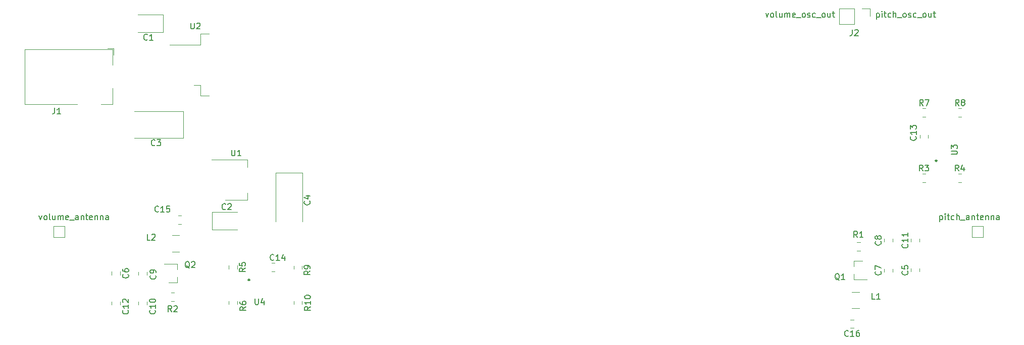
<source format=gbr>
G04 #@! TF.GenerationSoftware,KiCad,Pcbnew,(5.1.4)-1*
G04 #@! TF.CreationDate,2020-04-08T10:51:13+02:00*
G04 #@! TF.ProjectId,PCB_Theremin,5043425f-5468-4657-9265-6d696e2e6b69,rev?*
G04 #@! TF.SameCoordinates,Original*
G04 #@! TF.FileFunction,Legend,Top*
G04 #@! TF.FilePolarity,Positive*
%FSLAX46Y46*%
G04 Gerber Fmt 4.6, Leading zero omitted, Abs format (unit mm)*
G04 Created by KiCad (PCBNEW (5.1.4)-1) date 2020-04-08 10:51:13*
%MOMM*%
%LPD*%
G04 APERTURE LIST*
%ADD10C,0.300000*%
%ADD11C,0.150000*%
%ADD12C,0.120000*%
G04 APERTURE END LIST*
D10*
X203000000Y-88035714D02*
X203071428Y-88107142D01*
X203000000Y-88178571D01*
X202928571Y-88107142D01*
X203000000Y-88035714D01*
X203000000Y-88178571D01*
X87800000Y-108035714D02*
X87871428Y-108107142D01*
X87800000Y-108178571D01*
X87728571Y-108107142D01*
X87800000Y-108035714D01*
X87800000Y-108178571D01*
D11*
X174461904Y-63285714D02*
X174700000Y-63952380D01*
X174938095Y-63285714D01*
X175461904Y-63952380D02*
X175366666Y-63904761D01*
X175319047Y-63857142D01*
X175271428Y-63761904D01*
X175271428Y-63476190D01*
X175319047Y-63380952D01*
X175366666Y-63333333D01*
X175461904Y-63285714D01*
X175604761Y-63285714D01*
X175700000Y-63333333D01*
X175747619Y-63380952D01*
X175795238Y-63476190D01*
X175795238Y-63761904D01*
X175747619Y-63857142D01*
X175700000Y-63904761D01*
X175604761Y-63952380D01*
X175461904Y-63952380D01*
X176366666Y-63952380D02*
X176271428Y-63904761D01*
X176223809Y-63809523D01*
X176223809Y-62952380D01*
X177176190Y-63285714D02*
X177176190Y-63952380D01*
X176747619Y-63285714D02*
X176747619Y-63809523D01*
X176795238Y-63904761D01*
X176890476Y-63952380D01*
X177033333Y-63952380D01*
X177128571Y-63904761D01*
X177176190Y-63857142D01*
X177652380Y-63952380D02*
X177652380Y-63285714D01*
X177652380Y-63380952D02*
X177700000Y-63333333D01*
X177795238Y-63285714D01*
X177938095Y-63285714D01*
X178033333Y-63333333D01*
X178080952Y-63428571D01*
X178080952Y-63952380D01*
X178080952Y-63428571D02*
X178128571Y-63333333D01*
X178223809Y-63285714D01*
X178366666Y-63285714D01*
X178461904Y-63333333D01*
X178509523Y-63428571D01*
X178509523Y-63952380D01*
X179366666Y-63904761D02*
X179271428Y-63952380D01*
X179080952Y-63952380D01*
X178985714Y-63904761D01*
X178938095Y-63809523D01*
X178938095Y-63428571D01*
X178985714Y-63333333D01*
X179080952Y-63285714D01*
X179271428Y-63285714D01*
X179366666Y-63333333D01*
X179414285Y-63428571D01*
X179414285Y-63523809D01*
X178938095Y-63619047D01*
X179604761Y-64047619D02*
X180366666Y-64047619D01*
X180747619Y-63952380D02*
X180652380Y-63904761D01*
X180604761Y-63857142D01*
X180557142Y-63761904D01*
X180557142Y-63476190D01*
X180604761Y-63380952D01*
X180652380Y-63333333D01*
X180747619Y-63285714D01*
X180890476Y-63285714D01*
X180985714Y-63333333D01*
X181033333Y-63380952D01*
X181080952Y-63476190D01*
X181080952Y-63761904D01*
X181033333Y-63857142D01*
X180985714Y-63904761D01*
X180890476Y-63952380D01*
X180747619Y-63952380D01*
X181461904Y-63904761D02*
X181557142Y-63952380D01*
X181747619Y-63952380D01*
X181842857Y-63904761D01*
X181890476Y-63809523D01*
X181890476Y-63761904D01*
X181842857Y-63666666D01*
X181747619Y-63619047D01*
X181604761Y-63619047D01*
X181509523Y-63571428D01*
X181461904Y-63476190D01*
X181461904Y-63428571D01*
X181509523Y-63333333D01*
X181604761Y-63285714D01*
X181747619Y-63285714D01*
X181842857Y-63333333D01*
X182747619Y-63904761D02*
X182652380Y-63952380D01*
X182461904Y-63952380D01*
X182366666Y-63904761D01*
X182319047Y-63857142D01*
X182271428Y-63761904D01*
X182271428Y-63476190D01*
X182319047Y-63380952D01*
X182366666Y-63333333D01*
X182461904Y-63285714D01*
X182652380Y-63285714D01*
X182747619Y-63333333D01*
X182938095Y-64047619D02*
X183700000Y-64047619D01*
X184080952Y-63952380D02*
X183985714Y-63904761D01*
X183938095Y-63857142D01*
X183890476Y-63761904D01*
X183890476Y-63476190D01*
X183938095Y-63380952D01*
X183985714Y-63333333D01*
X184080952Y-63285714D01*
X184223809Y-63285714D01*
X184319047Y-63333333D01*
X184366666Y-63380952D01*
X184414285Y-63476190D01*
X184414285Y-63761904D01*
X184366666Y-63857142D01*
X184319047Y-63904761D01*
X184223809Y-63952380D01*
X184080952Y-63952380D01*
X185271428Y-63285714D02*
X185271428Y-63952380D01*
X184842857Y-63285714D02*
X184842857Y-63809523D01*
X184890476Y-63904761D01*
X184985714Y-63952380D01*
X185128571Y-63952380D01*
X185223809Y-63904761D01*
X185271428Y-63857142D01*
X185604761Y-63285714D02*
X185985714Y-63285714D01*
X185747619Y-62952380D02*
X185747619Y-63809523D01*
X185795238Y-63904761D01*
X185890476Y-63952380D01*
X185985714Y-63952380D01*
X193042857Y-63285714D02*
X193042857Y-64285714D01*
X193042857Y-63333333D02*
X193138095Y-63285714D01*
X193328571Y-63285714D01*
X193423809Y-63333333D01*
X193471428Y-63380952D01*
X193519047Y-63476190D01*
X193519047Y-63761904D01*
X193471428Y-63857142D01*
X193423809Y-63904761D01*
X193328571Y-63952380D01*
X193138095Y-63952380D01*
X193042857Y-63904761D01*
X193947619Y-63952380D02*
X193947619Y-63285714D01*
X193947619Y-62952380D02*
X193900000Y-63000000D01*
X193947619Y-63047619D01*
X193995238Y-63000000D01*
X193947619Y-62952380D01*
X193947619Y-63047619D01*
X194280952Y-63285714D02*
X194661904Y-63285714D01*
X194423809Y-62952380D02*
X194423809Y-63809523D01*
X194471428Y-63904761D01*
X194566666Y-63952380D01*
X194661904Y-63952380D01*
X195423809Y-63904761D02*
X195328571Y-63952380D01*
X195138095Y-63952380D01*
X195042857Y-63904761D01*
X194995238Y-63857142D01*
X194947619Y-63761904D01*
X194947619Y-63476190D01*
X194995238Y-63380952D01*
X195042857Y-63333333D01*
X195138095Y-63285714D01*
X195328571Y-63285714D01*
X195423809Y-63333333D01*
X195852380Y-63952380D02*
X195852380Y-62952380D01*
X196280952Y-63952380D02*
X196280952Y-63428571D01*
X196233333Y-63333333D01*
X196138095Y-63285714D01*
X195995238Y-63285714D01*
X195900000Y-63333333D01*
X195852380Y-63380952D01*
X196519047Y-64047619D02*
X197280952Y-64047619D01*
X197661904Y-63952380D02*
X197566666Y-63904761D01*
X197519047Y-63857142D01*
X197471428Y-63761904D01*
X197471428Y-63476190D01*
X197519047Y-63380952D01*
X197566666Y-63333333D01*
X197661904Y-63285714D01*
X197804761Y-63285714D01*
X197900000Y-63333333D01*
X197947619Y-63380952D01*
X197995238Y-63476190D01*
X197995238Y-63761904D01*
X197947619Y-63857142D01*
X197900000Y-63904761D01*
X197804761Y-63952380D01*
X197661904Y-63952380D01*
X198376190Y-63904761D02*
X198471428Y-63952380D01*
X198661904Y-63952380D01*
X198757142Y-63904761D01*
X198804761Y-63809523D01*
X198804761Y-63761904D01*
X198757142Y-63666666D01*
X198661904Y-63619047D01*
X198519047Y-63619047D01*
X198423809Y-63571428D01*
X198376190Y-63476190D01*
X198376190Y-63428571D01*
X198423809Y-63333333D01*
X198519047Y-63285714D01*
X198661904Y-63285714D01*
X198757142Y-63333333D01*
X199661904Y-63904761D02*
X199566666Y-63952380D01*
X199376190Y-63952380D01*
X199280952Y-63904761D01*
X199233333Y-63857142D01*
X199185714Y-63761904D01*
X199185714Y-63476190D01*
X199233333Y-63380952D01*
X199280952Y-63333333D01*
X199376190Y-63285714D01*
X199566666Y-63285714D01*
X199661904Y-63333333D01*
X199852380Y-64047619D02*
X200614285Y-64047619D01*
X200995238Y-63952380D02*
X200900000Y-63904761D01*
X200852380Y-63857142D01*
X200804761Y-63761904D01*
X200804761Y-63476190D01*
X200852380Y-63380952D01*
X200900000Y-63333333D01*
X200995238Y-63285714D01*
X201138095Y-63285714D01*
X201233333Y-63333333D01*
X201280952Y-63380952D01*
X201328571Y-63476190D01*
X201328571Y-63761904D01*
X201280952Y-63857142D01*
X201233333Y-63904761D01*
X201138095Y-63952380D01*
X200995238Y-63952380D01*
X202185714Y-63285714D02*
X202185714Y-63952380D01*
X201757142Y-63285714D02*
X201757142Y-63809523D01*
X201804761Y-63904761D01*
X201900000Y-63952380D01*
X202042857Y-63952380D01*
X202138095Y-63904761D01*
X202185714Y-63857142D01*
X202519047Y-63285714D02*
X202900000Y-63285714D01*
X202661904Y-62952380D02*
X202661904Y-63809523D01*
X202709523Y-63904761D01*
X202804761Y-63952380D01*
X202900000Y-63952380D01*
D12*
X191930000Y-62470000D02*
X191930000Y-63800000D01*
X190600000Y-62470000D02*
X191930000Y-62470000D01*
X189330000Y-62470000D02*
X189330000Y-65130000D01*
X189330000Y-65130000D02*
X186730000Y-65130000D01*
X189330000Y-62470000D02*
X186730000Y-62470000D01*
X186730000Y-62470000D02*
X186730000Y-65130000D01*
X81602500Y-99710000D02*
X85812500Y-99710000D01*
X81602500Y-96690000D02*
X81602500Y-99710000D01*
X85812500Y-96690000D02*
X81602500Y-96690000D01*
X73397500Y-63490000D02*
X69187500Y-63490000D01*
X73397500Y-66510000D02*
X73397500Y-63490000D01*
X69187500Y-66510000D02*
X73397500Y-66510000D01*
X189186252Y-114790000D02*
X188663748Y-114790000D01*
X189186252Y-116210000D02*
X188663748Y-116210000D01*
X75913748Y-98710000D02*
X76436252Y-98710000D01*
X75913748Y-97290000D02*
X76436252Y-97290000D01*
X79625000Y-75350000D02*
X78525000Y-75350000D01*
X79625000Y-77160000D02*
X79625000Y-75350000D01*
X81125000Y-77160000D02*
X79625000Y-77160000D01*
X79625000Y-68570000D02*
X74500000Y-68570000D01*
X79625000Y-66760000D02*
X79625000Y-68570000D01*
X81125000Y-66760000D02*
X79625000Y-66760000D01*
X91613748Y-106710000D02*
X92136252Y-106710000D01*
X91613748Y-105290000D02*
X92136252Y-105290000D01*
X201710000Y-84286252D02*
X201710000Y-83763748D01*
X200290000Y-84286252D02*
X200290000Y-83763748D01*
X81550000Y-87890000D02*
X87560000Y-87890000D01*
X83800000Y-94710000D02*
X87560000Y-94710000D01*
X87560000Y-87890000D02*
X87560000Y-89150000D01*
X87560000Y-94710000D02*
X87560000Y-93450000D01*
X95290000Y-111713748D02*
X95290000Y-112236252D01*
X96710000Y-111713748D02*
X96710000Y-112236252D01*
X95290000Y-105763748D02*
X95290000Y-106286252D01*
X96710000Y-105763748D02*
X96710000Y-106286252D01*
X206763748Y-80710000D02*
X207286252Y-80710000D01*
X206763748Y-79290000D02*
X207286252Y-79290000D01*
X200763748Y-80710000D02*
X201286252Y-80710000D01*
X200763748Y-79290000D02*
X201286252Y-79290000D01*
X84390000Y-111713748D02*
X84390000Y-112236252D01*
X85810000Y-111713748D02*
X85810000Y-112236252D01*
X84390000Y-105713748D02*
X84390000Y-106236252D01*
X85810000Y-105713748D02*
X85810000Y-106236252D01*
X206713748Y-91710000D02*
X207236252Y-91710000D01*
X206713748Y-90290000D02*
X207236252Y-90290000D01*
X200713748Y-91710000D02*
X201236252Y-91710000D01*
X200713748Y-90290000D02*
X201236252Y-90290000D01*
X74763748Y-111710000D02*
X75286252Y-111710000D01*
X74763748Y-110290000D02*
X75286252Y-110290000D01*
X190286252Y-101790000D02*
X189763748Y-101790000D01*
X190286252Y-103210000D02*
X189763748Y-103210000D01*
X75760000Y-108580000D02*
X74300000Y-108580000D01*
X75760000Y-105420000D02*
X73600000Y-105420000D01*
X75760000Y-105420000D02*
X75760000Y-106350000D01*
X75760000Y-108580000D02*
X75760000Y-107650000D01*
X189240000Y-104920000D02*
X190700000Y-104920000D01*
X189240000Y-108080000D02*
X191400000Y-108080000D01*
X189240000Y-108080000D02*
X189240000Y-107150000D01*
X189240000Y-104920000D02*
X189240000Y-105850000D01*
X76114564Y-100640000D02*
X74910436Y-100640000D01*
X76114564Y-103360000D02*
X74910436Y-103360000D01*
X188910436Y-112860000D02*
X190114564Y-112860000D01*
X188910436Y-110140000D02*
X190114564Y-110140000D01*
X210900000Y-99050000D02*
X209050000Y-99050000D01*
X210900000Y-99100000D02*
X210900000Y-99050000D01*
X210900000Y-100950000D02*
X210900000Y-99100000D01*
X209050000Y-100950000D02*
X210900000Y-100950000D01*
X209050000Y-99050000D02*
X209050000Y-100950000D01*
X56900000Y-99050000D02*
X55050000Y-99050000D01*
X56900000Y-99100000D02*
X56900000Y-99050000D01*
X56900000Y-100950000D02*
X56900000Y-99100000D01*
X55050000Y-100950000D02*
X56900000Y-100950000D01*
X55050000Y-99050000D02*
X55050000Y-100950000D01*
X64900000Y-69400000D02*
X64900000Y-72000000D01*
X50200000Y-69400000D02*
X64900000Y-69400000D01*
X64900000Y-78600000D02*
X63000000Y-78600000D01*
X64900000Y-75900000D02*
X64900000Y-78600000D01*
X50200000Y-78600000D02*
X50200000Y-69400000D01*
X59000000Y-78600000D02*
X50200000Y-78600000D01*
X64050000Y-69200000D02*
X65100000Y-69200000D01*
X65100000Y-70250000D02*
X65100000Y-69200000D01*
X64790000Y-111763748D02*
X64790000Y-112286252D01*
X66210000Y-111763748D02*
X66210000Y-112286252D01*
X200210000Y-101736252D02*
X200210000Y-101213748D01*
X198790000Y-101736252D02*
X198790000Y-101213748D01*
X69290000Y-111763748D02*
X69290000Y-112286252D01*
X70710000Y-111763748D02*
X70710000Y-112286252D01*
X69290000Y-106763748D02*
X69290000Y-107286252D01*
X70710000Y-106763748D02*
X70710000Y-107286252D01*
X195710000Y-101736252D02*
X195710000Y-101213748D01*
X194290000Y-101736252D02*
X194290000Y-101213748D01*
X195710000Y-106761252D02*
X195710000Y-106238748D01*
X194290000Y-106761252D02*
X194290000Y-106238748D01*
X64790000Y-106738748D02*
X64790000Y-107261252D01*
X66210000Y-106738748D02*
X66210000Y-107261252D01*
X200210000Y-106736252D02*
X200210000Y-106213748D01*
X198790000Y-106736252D02*
X198790000Y-106213748D01*
X92240000Y-90115000D02*
X92240000Y-98350000D01*
X96760000Y-90115000D02*
X92240000Y-90115000D01*
X96760000Y-98350000D02*
X96760000Y-90115000D01*
X76785000Y-79740000D02*
X68550000Y-79740000D01*
X76785000Y-84260000D02*
X76785000Y-79740000D01*
X68550000Y-84260000D02*
X76785000Y-84260000D01*
D11*
X188966666Y-66052380D02*
X188966666Y-66766666D01*
X188919047Y-66909523D01*
X188823809Y-67004761D01*
X188680952Y-67052380D01*
X188585714Y-67052380D01*
X189395238Y-66147619D02*
X189442857Y-66100000D01*
X189538095Y-66052380D01*
X189776190Y-66052380D01*
X189871428Y-66100000D01*
X189919047Y-66147619D01*
X189966666Y-66242857D01*
X189966666Y-66338095D01*
X189919047Y-66480952D01*
X189347619Y-67052380D01*
X189966666Y-67052380D01*
X83895833Y-96207142D02*
X83848214Y-96254761D01*
X83705357Y-96302380D01*
X83610119Y-96302380D01*
X83467261Y-96254761D01*
X83372023Y-96159523D01*
X83324404Y-96064285D01*
X83276785Y-95873809D01*
X83276785Y-95730952D01*
X83324404Y-95540476D01*
X83372023Y-95445238D01*
X83467261Y-95350000D01*
X83610119Y-95302380D01*
X83705357Y-95302380D01*
X83848214Y-95350000D01*
X83895833Y-95397619D01*
X84276785Y-95397619D02*
X84324404Y-95350000D01*
X84419642Y-95302380D01*
X84657738Y-95302380D01*
X84752976Y-95350000D01*
X84800595Y-95397619D01*
X84848214Y-95492857D01*
X84848214Y-95588095D01*
X84800595Y-95730952D01*
X84229166Y-96302380D01*
X84848214Y-96302380D01*
X70770833Y-67707142D02*
X70723214Y-67754761D01*
X70580357Y-67802380D01*
X70485119Y-67802380D01*
X70342261Y-67754761D01*
X70247023Y-67659523D01*
X70199404Y-67564285D01*
X70151785Y-67373809D01*
X70151785Y-67230952D01*
X70199404Y-67040476D01*
X70247023Y-66945238D01*
X70342261Y-66850000D01*
X70485119Y-66802380D01*
X70580357Y-66802380D01*
X70723214Y-66850000D01*
X70770833Y-66897619D01*
X71723214Y-67802380D02*
X71151785Y-67802380D01*
X71437500Y-67802380D02*
X71437500Y-66802380D01*
X71342261Y-66945238D01*
X71247023Y-67040476D01*
X71151785Y-67088095D01*
X205552380Y-87011904D02*
X206361904Y-87011904D01*
X206457142Y-86964285D01*
X206504761Y-86916666D01*
X206552380Y-86821428D01*
X206552380Y-86630952D01*
X206504761Y-86535714D01*
X206457142Y-86488095D01*
X206361904Y-86440476D01*
X205552380Y-86440476D01*
X205552380Y-86059523D02*
X205552380Y-85440476D01*
X205933333Y-85773809D01*
X205933333Y-85630952D01*
X205980952Y-85535714D01*
X206028571Y-85488095D01*
X206123809Y-85440476D01*
X206361904Y-85440476D01*
X206457142Y-85488095D01*
X206504761Y-85535714D01*
X206552380Y-85630952D01*
X206552380Y-85916666D01*
X206504761Y-86011904D01*
X206457142Y-86059523D01*
X88818095Y-111262380D02*
X88818095Y-112071904D01*
X88865714Y-112167142D01*
X88913333Y-112214761D01*
X89008571Y-112262380D01*
X89199047Y-112262380D01*
X89294285Y-112214761D01*
X89341904Y-112167142D01*
X89389523Y-112071904D01*
X89389523Y-111262380D01*
X90294285Y-111595714D02*
X90294285Y-112262380D01*
X90056190Y-111214761D02*
X89818095Y-111929047D01*
X90437142Y-111929047D01*
X188282142Y-117507142D02*
X188234523Y-117554761D01*
X188091666Y-117602380D01*
X187996428Y-117602380D01*
X187853571Y-117554761D01*
X187758333Y-117459523D01*
X187710714Y-117364285D01*
X187663095Y-117173809D01*
X187663095Y-117030952D01*
X187710714Y-116840476D01*
X187758333Y-116745238D01*
X187853571Y-116650000D01*
X187996428Y-116602380D01*
X188091666Y-116602380D01*
X188234523Y-116650000D01*
X188282142Y-116697619D01*
X189234523Y-117602380D02*
X188663095Y-117602380D01*
X188948809Y-117602380D02*
X188948809Y-116602380D01*
X188853571Y-116745238D01*
X188758333Y-116840476D01*
X188663095Y-116888095D01*
X190091666Y-116602380D02*
X189901190Y-116602380D01*
X189805952Y-116650000D01*
X189758333Y-116697619D01*
X189663095Y-116840476D01*
X189615476Y-117030952D01*
X189615476Y-117411904D01*
X189663095Y-117507142D01*
X189710714Y-117554761D01*
X189805952Y-117602380D01*
X189996428Y-117602380D01*
X190091666Y-117554761D01*
X190139285Y-117507142D01*
X190186904Y-117411904D01*
X190186904Y-117173809D01*
X190139285Y-117078571D01*
X190091666Y-117030952D01*
X189996428Y-116983333D01*
X189805952Y-116983333D01*
X189710714Y-117030952D01*
X189663095Y-117078571D01*
X189615476Y-117173809D01*
X72627142Y-96607142D02*
X72579523Y-96654761D01*
X72436666Y-96702380D01*
X72341428Y-96702380D01*
X72198571Y-96654761D01*
X72103333Y-96559523D01*
X72055714Y-96464285D01*
X72008095Y-96273809D01*
X72008095Y-96130952D01*
X72055714Y-95940476D01*
X72103333Y-95845238D01*
X72198571Y-95750000D01*
X72341428Y-95702380D01*
X72436666Y-95702380D01*
X72579523Y-95750000D01*
X72627142Y-95797619D01*
X73579523Y-96702380D02*
X73008095Y-96702380D01*
X73293809Y-96702380D02*
X73293809Y-95702380D01*
X73198571Y-95845238D01*
X73103333Y-95940476D01*
X73008095Y-95988095D01*
X74484285Y-95702380D02*
X74008095Y-95702380D01*
X73960476Y-96178571D01*
X74008095Y-96130952D01*
X74103333Y-96083333D01*
X74341428Y-96083333D01*
X74436666Y-96130952D01*
X74484285Y-96178571D01*
X74531904Y-96273809D01*
X74531904Y-96511904D01*
X74484285Y-96607142D01*
X74436666Y-96654761D01*
X74341428Y-96702380D01*
X74103333Y-96702380D01*
X74008095Y-96654761D01*
X73960476Y-96607142D01*
X78038095Y-64922380D02*
X78038095Y-65731904D01*
X78085714Y-65827142D01*
X78133333Y-65874761D01*
X78228571Y-65922380D01*
X78419047Y-65922380D01*
X78514285Y-65874761D01*
X78561904Y-65827142D01*
X78609523Y-65731904D01*
X78609523Y-64922380D01*
X79038095Y-65017619D02*
X79085714Y-64970000D01*
X79180952Y-64922380D01*
X79419047Y-64922380D01*
X79514285Y-64970000D01*
X79561904Y-65017619D01*
X79609523Y-65112857D01*
X79609523Y-65208095D01*
X79561904Y-65350952D01*
X78990476Y-65922380D01*
X79609523Y-65922380D01*
X91977142Y-104737142D02*
X91929523Y-104784761D01*
X91786666Y-104832380D01*
X91691428Y-104832380D01*
X91548571Y-104784761D01*
X91453333Y-104689523D01*
X91405714Y-104594285D01*
X91358095Y-104403809D01*
X91358095Y-104260952D01*
X91405714Y-104070476D01*
X91453333Y-103975238D01*
X91548571Y-103880000D01*
X91691428Y-103832380D01*
X91786666Y-103832380D01*
X91929523Y-103880000D01*
X91977142Y-103927619D01*
X92929523Y-104832380D02*
X92358095Y-104832380D01*
X92643809Y-104832380D02*
X92643809Y-103832380D01*
X92548571Y-103975238D01*
X92453333Y-104070476D01*
X92358095Y-104118095D01*
X93786666Y-104165714D02*
X93786666Y-104832380D01*
X93548571Y-103784761D02*
X93310476Y-104499047D01*
X93929523Y-104499047D01*
X199587142Y-84032857D02*
X199634761Y-84080476D01*
X199682380Y-84223333D01*
X199682380Y-84318571D01*
X199634761Y-84461428D01*
X199539523Y-84556666D01*
X199444285Y-84604285D01*
X199253809Y-84651904D01*
X199110952Y-84651904D01*
X198920476Y-84604285D01*
X198825238Y-84556666D01*
X198730000Y-84461428D01*
X198682380Y-84318571D01*
X198682380Y-84223333D01*
X198730000Y-84080476D01*
X198777619Y-84032857D01*
X199682380Y-83080476D02*
X199682380Y-83651904D01*
X199682380Y-83366190D02*
X198682380Y-83366190D01*
X198825238Y-83461428D01*
X198920476Y-83556666D01*
X198968095Y-83651904D01*
X198682380Y-82747142D02*
X198682380Y-82128095D01*
X199063333Y-82461428D01*
X199063333Y-82318571D01*
X199110952Y-82223333D01*
X199158571Y-82175714D01*
X199253809Y-82128095D01*
X199491904Y-82128095D01*
X199587142Y-82175714D01*
X199634761Y-82223333D01*
X199682380Y-82318571D01*
X199682380Y-82604285D01*
X199634761Y-82699523D01*
X199587142Y-82747142D01*
X84888095Y-86252380D02*
X84888095Y-87061904D01*
X84935714Y-87157142D01*
X84983333Y-87204761D01*
X85078571Y-87252380D01*
X85269047Y-87252380D01*
X85364285Y-87204761D01*
X85411904Y-87157142D01*
X85459523Y-87061904D01*
X85459523Y-86252380D01*
X86459523Y-87252380D02*
X85888095Y-87252380D01*
X86173809Y-87252380D02*
X86173809Y-86252380D01*
X86078571Y-86395238D01*
X85983333Y-86490476D01*
X85888095Y-86538095D01*
X98102380Y-112617857D02*
X97626190Y-112951190D01*
X98102380Y-113189285D02*
X97102380Y-113189285D01*
X97102380Y-112808333D01*
X97150000Y-112713095D01*
X97197619Y-112665476D01*
X97292857Y-112617857D01*
X97435714Y-112617857D01*
X97530952Y-112665476D01*
X97578571Y-112713095D01*
X97626190Y-112808333D01*
X97626190Y-113189285D01*
X98102380Y-111665476D02*
X98102380Y-112236904D01*
X98102380Y-111951190D02*
X97102380Y-111951190D01*
X97245238Y-112046428D01*
X97340476Y-112141666D01*
X97388095Y-112236904D01*
X97102380Y-111046428D02*
X97102380Y-110951190D01*
X97150000Y-110855952D01*
X97197619Y-110808333D01*
X97292857Y-110760714D01*
X97483333Y-110713095D01*
X97721428Y-110713095D01*
X97911904Y-110760714D01*
X98007142Y-110808333D01*
X98054761Y-110855952D01*
X98102380Y-110951190D01*
X98102380Y-111046428D01*
X98054761Y-111141666D01*
X98007142Y-111189285D01*
X97911904Y-111236904D01*
X97721428Y-111284523D01*
X97483333Y-111284523D01*
X97292857Y-111236904D01*
X97197619Y-111189285D01*
X97150000Y-111141666D01*
X97102380Y-111046428D01*
X98062380Y-106626666D02*
X97586190Y-106960000D01*
X98062380Y-107198095D02*
X97062380Y-107198095D01*
X97062380Y-106817142D01*
X97110000Y-106721904D01*
X97157619Y-106674285D01*
X97252857Y-106626666D01*
X97395714Y-106626666D01*
X97490952Y-106674285D01*
X97538571Y-106721904D01*
X97586190Y-106817142D01*
X97586190Y-107198095D01*
X98062380Y-106150476D02*
X98062380Y-105960000D01*
X98014761Y-105864761D01*
X97967142Y-105817142D01*
X97824285Y-105721904D01*
X97633809Y-105674285D01*
X97252857Y-105674285D01*
X97157619Y-105721904D01*
X97110000Y-105769523D01*
X97062380Y-105864761D01*
X97062380Y-106055238D01*
X97110000Y-106150476D01*
X97157619Y-106198095D01*
X97252857Y-106245714D01*
X97490952Y-106245714D01*
X97586190Y-106198095D01*
X97633809Y-106150476D01*
X97681428Y-106055238D01*
X97681428Y-105864761D01*
X97633809Y-105769523D01*
X97586190Y-105721904D01*
X97490952Y-105674285D01*
X206858333Y-78802380D02*
X206525000Y-78326190D01*
X206286904Y-78802380D02*
X206286904Y-77802380D01*
X206667857Y-77802380D01*
X206763095Y-77850000D01*
X206810714Y-77897619D01*
X206858333Y-77992857D01*
X206858333Y-78135714D01*
X206810714Y-78230952D01*
X206763095Y-78278571D01*
X206667857Y-78326190D01*
X206286904Y-78326190D01*
X207429761Y-78230952D02*
X207334523Y-78183333D01*
X207286904Y-78135714D01*
X207239285Y-78040476D01*
X207239285Y-77992857D01*
X207286904Y-77897619D01*
X207334523Y-77850000D01*
X207429761Y-77802380D01*
X207620238Y-77802380D01*
X207715476Y-77850000D01*
X207763095Y-77897619D01*
X207810714Y-77992857D01*
X207810714Y-78040476D01*
X207763095Y-78135714D01*
X207715476Y-78183333D01*
X207620238Y-78230952D01*
X207429761Y-78230952D01*
X207334523Y-78278571D01*
X207286904Y-78326190D01*
X207239285Y-78421428D01*
X207239285Y-78611904D01*
X207286904Y-78707142D01*
X207334523Y-78754761D01*
X207429761Y-78802380D01*
X207620238Y-78802380D01*
X207715476Y-78754761D01*
X207763095Y-78707142D01*
X207810714Y-78611904D01*
X207810714Y-78421428D01*
X207763095Y-78326190D01*
X207715476Y-78278571D01*
X207620238Y-78230952D01*
X200858333Y-78802380D02*
X200525000Y-78326190D01*
X200286904Y-78802380D02*
X200286904Y-77802380D01*
X200667857Y-77802380D01*
X200763095Y-77850000D01*
X200810714Y-77897619D01*
X200858333Y-77992857D01*
X200858333Y-78135714D01*
X200810714Y-78230952D01*
X200763095Y-78278571D01*
X200667857Y-78326190D01*
X200286904Y-78326190D01*
X201191666Y-77802380D02*
X201858333Y-77802380D01*
X201429761Y-78802380D01*
X87272380Y-112666666D02*
X86796190Y-113000000D01*
X87272380Y-113238095D02*
X86272380Y-113238095D01*
X86272380Y-112857142D01*
X86320000Y-112761904D01*
X86367619Y-112714285D01*
X86462857Y-112666666D01*
X86605714Y-112666666D01*
X86700952Y-112714285D01*
X86748571Y-112761904D01*
X86796190Y-112857142D01*
X86796190Y-113238095D01*
X86272380Y-111809523D02*
X86272380Y-112000000D01*
X86320000Y-112095238D01*
X86367619Y-112142857D01*
X86510476Y-112238095D01*
X86700952Y-112285714D01*
X87081904Y-112285714D01*
X87177142Y-112238095D01*
X87224761Y-112190476D01*
X87272380Y-112095238D01*
X87272380Y-111904761D01*
X87224761Y-111809523D01*
X87177142Y-111761904D01*
X87081904Y-111714285D01*
X86843809Y-111714285D01*
X86748571Y-111761904D01*
X86700952Y-111809523D01*
X86653333Y-111904761D01*
X86653333Y-112095238D01*
X86700952Y-112190476D01*
X86748571Y-112238095D01*
X86843809Y-112285714D01*
X87202380Y-106141666D02*
X86726190Y-106475000D01*
X87202380Y-106713095D02*
X86202380Y-106713095D01*
X86202380Y-106332142D01*
X86250000Y-106236904D01*
X86297619Y-106189285D01*
X86392857Y-106141666D01*
X86535714Y-106141666D01*
X86630952Y-106189285D01*
X86678571Y-106236904D01*
X86726190Y-106332142D01*
X86726190Y-106713095D01*
X86202380Y-105236904D02*
X86202380Y-105713095D01*
X86678571Y-105760714D01*
X86630952Y-105713095D01*
X86583333Y-105617857D01*
X86583333Y-105379761D01*
X86630952Y-105284523D01*
X86678571Y-105236904D01*
X86773809Y-105189285D01*
X87011904Y-105189285D01*
X87107142Y-105236904D01*
X87154761Y-105284523D01*
X87202380Y-105379761D01*
X87202380Y-105617857D01*
X87154761Y-105713095D01*
X87107142Y-105760714D01*
X206808333Y-89802380D02*
X206475000Y-89326190D01*
X206236904Y-89802380D02*
X206236904Y-88802380D01*
X206617857Y-88802380D01*
X206713095Y-88850000D01*
X206760714Y-88897619D01*
X206808333Y-88992857D01*
X206808333Y-89135714D01*
X206760714Y-89230952D01*
X206713095Y-89278571D01*
X206617857Y-89326190D01*
X206236904Y-89326190D01*
X207665476Y-89135714D02*
X207665476Y-89802380D01*
X207427380Y-88754761D02*
X207189285Y-89469047D01*
X207808333Y-89469047D01*
X200808333Y-89802380D02*
X200475000Y-89326190D01*
X200236904Y-89802380D02*
X200236904Y-88802380D01*
X200617857Y-88802380D01*
X200713095Y-88850000D01*
X200760714Y-88897619D01*
X200808333Y-88992857D01*
X200808333Y-89135714D01*
X200760714Y-89230952D01*
X200713095Y-89278571D01*
X200617857Y-89326190D01*
X200236904Y-89326190D01*
X201141666Y-88802380D02*
X201760714Y-88802380D01*
X201427380Y-89183333D01*
X201570238Y-89183333D01*
X201665476Y-89230952D01*
X201713095Y-89278571D01*
X201760714Y-89373809D01*
X201760714Y-89611904D01*
X201713095Y-89707142D01*
X201665476Y-89754761D01*
X201570238Y-89802380D01*
X201284523Y-89802380D01*
X201189285Y-89754761D01*
X201141666Y-89707142D01*
X74833333Y-113452380D02*
X74500000Y-112976190D01*
X74261904Y-113452380D02*
X74261904Y-112452380D01*
X74642857Y-112452380D01*
X74738095Y-112500000D01*
X74785714Y-112547619D01*
X74833333Y-112642857D01*
X74833333Y-112785714D01*
X74785714Y-112880952D01*
X74738095Y-112928571D01*
X74642857Y-112976190D01*
X74261904Y-112976190D01*
X75214285Y-112547619D02*
X75261904Y-112500000D01*
X75357142Y-112452380D01*
X75595238Y-112452380D01*
X75690476Y-112500000D01*
X75738095Y-112547619D01*
X75785714Y-112642857D01*
X75785714Y-112738095D01*
X75738095Y-112880952D01*
X75166666Y-113452380D01*
X75785714Y-113452380D01*
X189833333Y-100952380D02*
X189500000Y-100476190D01*
X189261904Y-100952380D02*
X189261904Y-99952380D01*
X189642857Y-99952380D01*
X189738095Y-100000000D01*
X189785714Y-100047619D01*
X189833333Y-100142857D01*
X189833333Y-100285714D01*
X189785714Y-100380952D01*
X189738095Y-100428571D01*
X189642857Y-100476190D01*
X189261904Y-100476190D01*
X190785714Y-100952380D02*
X190214285Y-100952380D01*
X190500000Y-100952380D02*
X190500000Y-99952380D01*
X190404761Y-100095238D01*
X190309523Y-100190476D01*
X190214285Y-100238095D01*
X77834761Y-106137619D02*
X77739523Y-106090000D01*
X77644285Y-105994761D01*
X77501428Y-105851904D01*
X77406190Y-105804285D01*
X77310952Y-105804285D01*
X77358571Y-106042380D02*
X77263333Y-105994761D01*
X77168095Y-105899523D01*
X77120476Y-105709047D01*
X77120476Y-105375714D01*
X77168095Y-105185238D01*
X77263333Y-105090000D01*
X77358571Y-105042380D01*
X77549047Y-105042380D01*
X77644285Y-105090000D01*
X77739523Y-105185238D01*
X77787142Y-105375714D01*
X77787142Y-105709047D01*
X77739523Y-105899523D01*
X77644285Y-105994761D01*
X77549047Y-106042380D01*
X77358571Y-106042380D01*
X78168095Y-105137619D02*
X78215714Y-105090000D01*
X78310952Y-105042380D01*
X78549047Y-105042380D01*
X78644285Y-105090000D01*
X78691904Y-105137619D01*
X78739523Y-105232857D01*
X78739523Y-105328095D01*
X78691904Y-105470952D01*
X78120476Y-106042380D01*
X78739523Y-106042380D01*
X186804761Y-108157619D02*
X186709523Y-108110000D01*
X186614285Y-108014761D01*
X186471428Y-107871904D01*
X186376190Y-107824285D01*
X186280952Y-107824285D01*
X186328571Y-108062380D02*
X186233333Y-108014761D01*
X186138095Y-107919523D01*
X186090476Y-107729047D01*
X186090476Y-107395714D01*
X186138095Y-107205238D01*
X186233333Y-107110000D01*
X186328571Y-107062380D01*
X186519047Y-107062380D01*
X186614285Y-107110000D01*
X186709523Y-107205238D01*
X186757142Y-107395714D01*
X186757142Y-107729047D01*
X186709523Y-107919523D01*
X186614285Y-108014761D01*
X186519047Y-108062380D01*
X186328571Y-108062380D01*
X187709523Y-108062380D02*
X187138095Y-108062380D01*
X187423809Y-108062380D02*
X187423809Y-107062380D01*
X187328571Y-107205238D01*
X187233333Y-107300476D01*
X187138095Y-107348095D01*
X71213333Y-101412380D02*
X70737142Y-101412380D01*
X70737142Y-100412380D01*
X71499047Y-100507619D02*
X71546666Y-100460000D01*
X71641904Y-100412380D01*
X71880000Y-100412380D01*
X71975238Y-100460000D01*
X72022857Y-100507619D01*
X72070476Y-100602857D01*
X72070476Y-100698095D01*
X72022857Y-100840952D01*
X71451428Y-101412380D01*
X72070476Y-101412380D01*
X192773333Y-111352380D02*
X192297142Y-111352380D01*
X192297142Y-110352380D01*
X193630476Y-111352380D02*
X193059047Y-111352380D01*
X193344761Y-111352380D02*
X193344761Y-110352380D01*
X193249523Y-110495238D01*
X193154285Y-110590476D01*
X193059047Y-110638095D01*
X203643809Y-97335714D02*
X203643809Y-98335714D01*
X203643809Y-97383333D02*
X203739047Y-97335714D01*
X203929523Y-97335714D01*
X204024761Y-97383333D01*
X204072380Y-97430952D01*
X204120000Y-97526190D01*
X204120000Y-97811904D01*
X204072380Y-97907142D01*
X204024761Y-97954761D01*
X203929523Y-98002380D01*
X203739047Y-98002380D01*
X203643809Y-97954761D01*
X204548571Y-98002380D02*
X204548571Y-97335714D01*
X204548571Y-97002380D02*
X204500952Y-97050000D01*
X204548571Y-97097619D01*
X204596190Y-97050000D01*
X204548571Y-97002380D01*
X204548571Y-97097619D01*
X204881904Y-97335714D02*
X205262857Y-97335714D01*
X205024761Y-97002380D02*
X205024761Y-97859523D01*
X205072380Y-97954761D01*
X205167619Y-98002380D01*
X205262857Y-98002380D01*
X206024761Y-97954761D02*
X205929523Y-98002380D01*
X205739047Y-98002380D01*
X205643809Y-97954761D01*
X205596190Y-97907142D01*
X205548571Y-97811904D01*
X205548571Y-97526190D01*
X205596190Y-97430952D01*
X205643809Y-97383333D01*
X205739047Y-97335714D01*
X205929523Y-97335714D01*
X206024761Y-97383333D01*
X206453333Y-98002380D02*
X206453333Y-97002380D01*
X206881904Y-98002380D02*
X206881904Y-97478571D01*
X206834285Y-97383333D01*
X206739047Y-97335714D01*
X206596190Y-97335714D01*
X206500952Y-97383333D01*
X206453333Y-97430952D01*
X207120000Y-98097619D02*
X207881904Y-98097619D01*
X208548571Y-98002380D02*
X208548571Y-97478571D01*
X208500952Y-97383333D01*
X208405714Y-97335714D01*
X208215238Y-97335714D01*
X208120000Y-97383333D01*
X208548571Y-97954761D02*
X208453333Y-98002380D01*
X208215238Y-98002380D01*
X208120000Y-97954761D01*
X208072380Y-97859523D01*
X208072380Y-97764285D01*
X208120000Y-97669047D01*
X208215238Y-97621428D01*
X208453333Y-97621428D01*
X208548571Y-97573809D01*
X209024761Y-97335714D02*
X209024761Y-98002380D01*
X209024761Y-97430952D02*
X209072380Y-97383333D01*
X209167619Y-97335714D01*
X209310476Y-97335714D01*
X209405714Y-97383333D01*
X209453333Y-97478571D01*
X209453333Y-98002380D01*
X209786666Y-97335714D02*
X210167619Y-97335714D01*
X209929523Y-97002380D02*
X209929523Y-97859523D01*
X209977142Y-97954761D01*
X210072380Y-98002380D01*
X210167619Y-98002380D01*
X210881904Y-97954761D02*
X210786666Y-98002380D01*
X210596190Y-98002380D01*
X210500952Y-97954761D01*
X210453333Y-97859523D01*
X210453333Y-97478571D01*
X210500952Y-97383333D01*
X210596190Y-97335714D01*
X210786666Y-97335714D01*
X210881904Y-97383333D01*
X210929523Y-97478571D01*
X210929523Y-97573809D01*
X210453333Y-97669047D01*
X211358095Y-97335714D02*
X211358095Y-98002380D01*
X211358095Y-97430952D02*
X211405714Y-97383333D01*
X211500952Y-97335714D01*
X211643809Y-97335714D01*
X211739047Y-97383333D01*
X211786666Y-97478571D01*
X211786666Y-98002380D01*
X212262857Y-97335714D02*
X212262857Y-98002380D01*
X212262857Y-97430952D02*
X212310476Y-97383333D01*
X212405714Y-97335714D01*
X212548571Y-97335714D01*
X212643809Y-97383333D01*
X212691428Y-97478571D01*
X212691428Y-98002380D01*
X213596190Y-98002380D02*
X213596190Y-97478571D01*
X213548571Y-97383333D01*
X213453333Y-97335714D01*
X213262857Y-97335714D01*
X213167619Y-97383333D01*
X213596190Y-97954761D02*
X213500952Y-98002380D01*
X213262857Y-98002380D01*
X213167619Y-97954761D01*
X213120000Y-97859523D01*
X213120000Y-97764285D01*
X213167619Y-97669047D01*
X213262857Y-97621428D01*
X213500952Y-97621428D01*
X213596190Y-97573809D01*
X52602857Y-97335714D02*
X52840952Y-98002380D01*
X53079047Y-97335714D01*
X53602857Y-98002380D02*
X53507619Y-97954761D01*
X53460000Y-97907142D01*
X53412380Y-97811904D01*
X53412380Y-97526190D01*
X53460000Y-97430952D01*
X53507619Y-97383333D01*
X53602857Y-97335714D01*
X53745714Y-97335714D01*
X53840952Y-97383333D01*
X53888571Y-97430952D01*
X53936190Y-97526190D01*
X53936190Y-97811904D01*
X53888571Y-97907142D01*
X53840952Y-97954761D01*
X53745714Y-98002380D01*
X53602857Y-98002380D01*
X54507619Y-98002380D02*
X54412380Y-97954761D01*
X54364761Y-97859523D01*
X54364761Y-97002380D01*
X55317142Y-97335714D02*
X55317142Y-98002380D01*
X54888571Y-97335714D02*
X54888571Y-97859523D01*
X54936190Y-97954761D01*
X55031428Y-98002380D01*
X55174285Y-98002380D01*
X55269523Y-97954761D01*
X55317142Y-97907142D01*
X55793333Y-98002380D02*
X55793333Y-97335714D01*
X55793333Y-97430952D02*
X55840952Y-97383333D01*
X55936190Y-97335714D01*
X56079047Y-97335714D01*
X56174285Y-97383333D01*
X56221904Y-97478571D01*
X56221904Y-98002380D01*
X56221904Y-97478571D02*
X56269523Y-97383333D01*
X56364761Y-97335714D01*
X56507619Y-97335714D01*
X56602857Y-97383333D01*
X56650476Y-97478571D01*
X56650476Y-98002380D01*
X57507619Y-97954761D02*
X57412380Y-98002380D01*
X57221904Y-98002380D01*
X57126666Y-97954761D01*
X57079047Y-97859523D01*
X57079047Y-97478571D01*
X57126666Y-97383333D01*
X57221904Y-97335714D01*
X57412380Y-97335714D01*
X57507619Y-97383333D01*
X57555238Y-97478571D01*
X57555238Y-97573809D01*
X57079047Y-97669047D01*
X57745714Y-98097619D02*
X58507619Y-98097619D01*
X59174285Y-98002380D02*
X59174285Y-97478571D01*
X59126666Y-97383333D01*
X59031428Y-97335714D01*
X58840952Y-97335714D01*
X58745714Y-97383333D01*
X59174285Y-97954761D02*
X59079047Y-98002380D01*
X58840952Y-98002380D01*
X58745714Y-97954761D01*
X58698095Y-97859523D01*
X58698095Y-97764285D01*
X58745714Y-97669047D01*
X58840952Y-97621428D01*
X59079047Y-97621428D01*
X59174285Y-97573809D01*
X59650476Y-97335714D02*
X59650476Y-98002380D01*
X59650476Y-97430952D02*
X59698095Y-97383333D01*
X59793333Y-97335714D01*
X59936190Y-97335714D01*
X60031428Y-97383333D01*
X60079047Y-97478571D01*
X60079047Y-98002380D01*
X60412380Y-97335714D02*
X60793333Y-97335714D01*
X60555238Y-97002380D02*
X60555238Y-97859523D01*
X60602857Y-97954761D01*
X60698095Y-98002380D01*
X60793333Y-98002380D01*
X61507619Y-97954761D02*
X61412380Y-98002380D01*
X61221904Y-98002380D01*
X61126666Y-97954761D01*
X61079047Y-97859523D01*
X61079047Y-97478571D01*
X61126666Y-97383333D01*
X61221904Y-97335714D01*
X61412380Y-97335714D01*
X61507619Y-97383333D01*
X61555238Y-97478571D01*
X61555238Y-97573809D01*
X61079047Y-97669047D01*
X61983809Y-97335714D02*
X61983809Y-98002380D01*
X61983809Y-97430952D02*
X62031428Y-97383333D01*
X62126666Y-97335714D01*
X62269523Y-97335714D01*
X62364761Y-97383333D01*
X62412380Y-97478571D01*
X62412380Y-98002380D01*
X62888571Y-97335714D02*
X62888571Y-98002380D01*
X62888571Y-97430952D02*
X62936190Y-97383333D01*
X63031428Y-97335714D01*
X63174285Y-97335714D01*
X63269523Y-97383333D01*
X63317142Y-97478571D01*
X63317142Y-98002380D01*
X64221904Y-98002380D02*
X64221904Y-97478571D01*
X64174285Y-97383333D01*
X64079047Y-97335714D01*
X63888571Y-97335714D01*
X63793333Y-97383333D01*
X64221904Y-97954761D02*
X64126666Y-98002380D01*
X63888571Y-98002380D01*
X63793333Y-97954761D01*
X63745714Y-97859523D01*
X63745714Y-97764285D01*
X63793333Y-97669047D01*
X63888571Y-97621428D01*
X64126666Y-97621428D01*
X64221904Y-97573809D01*
X55216666Y-79202380D02*
X55216666Y-79916666D01*
X55169047Y-80059523D01*
X55073809Y-80154761D01*
X54930952Y-80202380D01*
X54835714Y-80202380D01*
X56216666Y-80202380D02*
X55645238Y-80202380D01*
X55930952Y-80202380D02*
X55930952Y-79202380D01*
X55835714Y-79345238D01*
X55740476Y-79440476D01*
X55645238Y-79488095D01*
X67497142Y-113222857D02*
X67544761Y-113270476D01*
X67592380Y-113413333D01*
X67592380Y-113508571D01*
X67544761Y-113651428D01*
X67449523Y-113746666D01*
X67354285Y-113794285D01*
X67163809Y-113841904D01*
X67020952Y-113841904D01*
X66830476Y-113794285D01*
X66735238Y-113746666D01*
X66640000Y-113651428D01*
X66592380Y-113508571D01*
X66592380Y-113413333D01*
X66640000Y-113270476D01*
X66687619Y-113222857D01*
X67592380Y-112270476D02*
X67592380Y-112841904D01*
X67592380Y-112556190D02*
X66592380Y-112556190D01*
X66735238Y-112651428D01*
X66830476Y-112746666D01*
X66878095Y-112841904D01*
X66687619Y-111889523D02*
X66640000Y-111841904D01*
X66592380Y-111746666D01*
X66592380Y-111508571D01*
X66640000Y-111413333D01*
X66687619Y-111365714D01*
X66782857Y-111318095D01*
X66878095Y-111318095D01*
X67020952Y-111365714D01*
X67592380Y-111937142D01*
X67592380Y-111318095D01*
X198207142Y-102117857D02*
X198254761Y-102165476D01*
X198302380Y-102308333D01*
X198302380Y-102403571D01*
X198254761Y-102546428D01*
X198159523Y-102641666D01*
X198064285Y-102689285D01*
X197873809Y-102736904D01*
X197730952Y-102736904D01*
X197540476Y-102689285D01*
X197445238Y-102641666D01*
X197350000Y-102546428D01*
X197302380Y-102403571D01*
X197302380Y-102308333D01*
X197350000Y-102165476D01*
X197397619Y-102117857D01*
X198302380Y-101165476D02*
X198302380Y-101736904D01*
X198302380Y-101451190D02*
X197302380Y-101451190D01*
X197445238Y-101546428D01*
X197540476Y-101641666D01*
X197588095Y-101736904D01*
X198302380Y-100213095D02*
X198302380Y-100784523D01*
X198302380Y-100498809D02*
X197302380Y-100498809D01*
X197445238Y-100594047D01*
X197540476Y-100689285D01*
X197588095Y-100784523D01*
X72017142Y-113222857D02*
X72064761Y-113270476D01*
X72112380Y-113413333D01*
X72112380Y-113508571D01*
X72064761Y-113651428D01*
X71969523Y-113746666D01*
X71874285Y-113794285D01*
X71683809Y-113841904D01*
X71540952Y-113841904D01*
X71350476Y-113794285D01*
X71255238Y-113746666D01*
X71160000Y-113651428D01*
X71112380Y-113508571D01*
X71112380Y-113413333D01*
X71160000Y-113270476D01*
X71207619Y-113222857D01*
X72112380Y-112270476D02*
X72112380Y-112841904D01*
X72112380Y-112556190D02*
X71112380Y-112556190D01*
X71255238Y-112651428D01*
X71350476Y-112746666D01*
X71398095Y-112841904D01*
X71112380Y-111651428D02*
X71112380Y-111556190D01*
X71160000Y-111460952D01*
X71207619Y-111413333D01*
X71302857Y-111365714D01*
X71493333Y-111318095D01*
X71731428Y-111318095D01*
X71921904Y-111365714D01*
X72017142Y-111413333D01*
X72064761Y-111460952D01*
X72112380Y-111556190D01*
X72112380Y-111651428D01*
X72064761Y-111746666D01*
X72017142Y-111794285D01*
X71921904Y-111841904D01*
X71731428Y-111889523D01*
X71493333Y-111889523D01*
X71302857Y-111841904D01*
X71207619Y-111794285D01*
X71160000Y-111746666D01*
X71112380Y-111651428D01*
X72117142Y-107356666D02*
X72164761Y-107404285D01*
X72212380Y-107547142D01*
X72212380Y-107642380D01*
X72164761Y-107785238D01*
X72069523Y-107880476D01*
X71974285Y-107928095D01*
X71783809Y-107975714D01*
X71640952Y-107975714D01*
X71450476Y-107928095D01*
X71355238Y-107880476D01*
X71260000Y-107785238D01*
X71212380Y-107642380D01*
X71212380Y-107547142D01*
X71260000Y-107404285D01*
X71307619Y-107356666D01*
X72212380Y-106880476D02*
X72212380Y-106690000D01*
X72164761Y-106594761D01*
X72117142Y-106547142D01*
X71974285Y-106451904D01*
X71783809Y-106404285D01*
X71402857Y-106404285D01*
X71307619Y-106451904D01*
X71260000Y-106499523D01*
X71212380Y-106594761D01*
X71212380Y-106785238D01*
X71260000Y-106880476D01*
X71307619Y-106928095D01*
X71402857Y-106975714D01*
X71640952Y-106975714D01*
X71736190Y-106928095D01*
X71783809Y-106880476D01*
X71831428Y-106785238D01*
X71831428Y-106594761D01*
X71783809Y-106499523D01*
X71736190Y-106451904D01*
X71640952Y-106404285D01*
X193707142Y-101641666D02*
X193754761Y-101689285D01*
X193802380Y-101832142D01*
X193802380Y-101927380D01*
X193754761Y-102070238D01*
X193659523Y-102165476D01*
X193564285Y-102213095D01*
X193373809Y-102260714D01*
X193230952Y-102260714D01*
X193040476Y-102213095D01*
X192945238Y-102165476D01*
X192850000Y-102070238D01*
X192802380Y-101927380D01*
X192802380Y-101832142D01*
X192850000Y-101689285D01*
X192897619Y-101641666D01*
X193230952Y-101070238D02*
X193183333Y-101165476D01*
X193135714Y-101213095D01*
X193040476Y-101260714D01*
X192992857Y-101260714D01*
X192897619Y-101213095D01*
X192850000Y-101165476D01*
X192802380Y-101070238D01*
X192802380Y-100879761D01*
X192850000Y-100784523D01*
X192897619Y-100736904D01*
X192992857Y-100689285D01*
X193040476Y-100689285D01*
X193135714Y-100736904D01*
X193183333Y-100784523D01*
X193230952Y-100879761D01*
X193230952Y-101070238D01*
X193278571Y-101165476D01*
X193326190Y-101213095D01*
X193421428Y-101260714D01*
X193611904Y-101260714D01*
X193707142Y-101213095D01*
X193754761Y-101165476D01*
X193802380Y-101070238D01*
X193802380Y-100879761D01*
X193754761Y-100784523D01*
X193707142Y-100736904D01*
X193611904Y-100689285D01*
X193421428Y-100689285D01*
X193326190Y-100736904D01*
X193278571Y-100784523D01*
X193230952Y-100879761D01*
X193707142Y-106666666D02*
X193754761Y-106714285D01*
X193802380Y-106857142D01*
X193802380Y-106952380D01*
X193754761Y-107095238D01*
X193659523Y-107190476D01*
X193564285Y-107238095D01*
X193373809Y-107285714D01*
X193230952Y-107285714D01*
X193040476Y-107238095D01*
X192945238Y-107190476D01*
X192850000Y-107095238D01*
X192802380Y-106952380D01*
X192802380Y-106857142D01*
X192850000Y-106714285D01*
X192897619Y-106666666D01*
X192802380Y-106333333D02*
X192802380Y-105666666D01*
X193802380Y-106095238D01*
X67507142Y-107166666D02*
X67554761Y-107214285D01*
X67602380Y-107357142D01*
X67602380Y-107452380D01*
X67554761Y-107595238D01*
X67459523Y-107690476D01*
X67364285Y-107738095D01*
X67173809Y-107785714D01*
X67030952Y-107785714D01*
X66840476Y-107738095D01*
X66745238Y-107690476D01*
X66650000Y-107595238D01*
X66602380Y-107452380D01*
X66602380Y-107357142D01*
X66650000Y-107214285D01*
X66697619Y-107166666D01*
X66602380Y-106309523D02*
X66602380Y-106500000D01*
X66650000Y-106595238D01*
X66697619Y-106642857D01*
X66840476Y-106738095D01*
X67030952Y-106785714D01*
X67411904Y-106785714D01*
X67507142Y-106738095D01*
X67554761Y-106690476D01*
X67602380Y-106595238D01*
X67602380Y-106404761D01*
X67554761Y-106309523D01*
X67507142Y-106261904D01*
X67411904Y-106214285D01*
X67173809Y-106214285D01*
X67078571Y-106261904D01*
X67030952Y-106309523D01*
X66983333Y-106404761D01*
X66983333Y-106595238D01*
X67030952Y-106690476D01*
X67078571Y-106738095D01*
X67173809Y-106785714D01*
X198207142Y-106641666D02*
X198254761Y-106689285D01*
X198302380Y-106832142D01*
X198302380Y-106927380D01*
X198254761Y-107070238D01*
X198159523Y-107165476D01*
X198064285Y-107213095D01*
X197873809Y-107260714D01*
X197730952Y-107260714D01*
X197540476Y-107213095D01*
X197445238Y-107165476D01*
X197350000Y-107070238D01*
X197302380Y-106927380D01*
X197302380Y-106832142D01*
X197350000Y-106689285D01*
X197397619Y-106641666D01*
X197302380Y-105736904D02*
X197302380Y-106213095D01*
X197778571Y-106260714D01*
X197730952Y-106213095D01*
X197683333Y-106117857D01*
X197683333Y-105879761D01*
X197730952Y-105784523D01*
X197778571Y-105736904D01*
X197873809Y-105689285D01*
X198111904Y-105689285D01*
X198207142Y-105736904D01*
X198254761Y-105784523D01*
X198302380Y-105879761D01*
X198302380Y-106117857D01*
X198254761Y-106213095D01*
X198207142Y-106260714D01*
X97957142Y-94866666D02*
X98004761Y-94914285D01*
X98052380Y-95057142D01*
X98052380Y-95152380D01*
X98004761Y-95295238D01*
X97909523Y-95390476D01*
X97814285Y-95438095D01*
X97623809Y-95485714D01*
X97480952Y-95485714D01*
X97290476Y-95438095D01*
X97195238Y-95390476D01*
X97100000Y-95295238D01*
X97052380Y-95152380D01*
X97052380Y-95057142D01*
X97100000Y-94914285D01*
X97147619Y-94866666D01*
X97385714Y-94009523D02*
X98052380Y-94009523D01*
X97004761Y-94247619D02*
X97719047Y-94485714D01*
X97719047Y-93866666D01*
X72033333Y-85457142D02*
X71985714Y-85504761D01*
X71842857Y-85552380D01*
X71747619Y-85552380D01*
X71604761Y-85504761D01*
X71509523Y-85409523D01*
X71461904Y-85314285D01*
X71414285Y-85123809D01*
X71414285Y-84980952D01*
X71461904Y-84790476D01*
X71509523Y-84695238D01*
X71604761Y-84600000D01*
X71747619Y-84552380D01*
X71842857Y-84552380D01*
X71985714Y-84600000D01*
X72033333Y-84647619D01*
X72366666Y-84552380D02*
X72985714Y-84552380D01*
X72652380Y-84933333D01*
X72795238Y-84933333D01*
X72890476Y-84980952D01*
X72938095Y-85028571D01*
X72985714Y-85123809D01*
X72985714Y-85361904D01*
X72938095Y-85457142D01*
X72890476Y-85504761D01*
X72795238Y-85552380D01*
X72509523Y-85552380D01*
X72414285Y-85504761D01*
X72366666Y-85457142D01*
M02*

</source>
